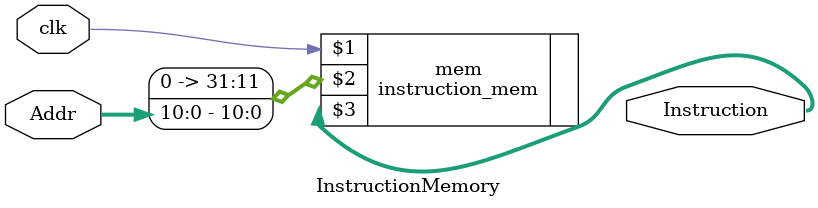
<source format=v>

module InstructionMemory(
    input clk,  
	input [30:0] Addr,
	output [31:0] Instruction
);
    parameter MEM_WIDTH = 11;
    parameter OTHER_WIDTH = 32-MEM_WIDTH;
    
    instruction_mem mem(clk,{{OTHER_WIDTH{1'b0}},Addr[MEM_WIDTH-1:0]},Instruction);
endmodule

</source>
